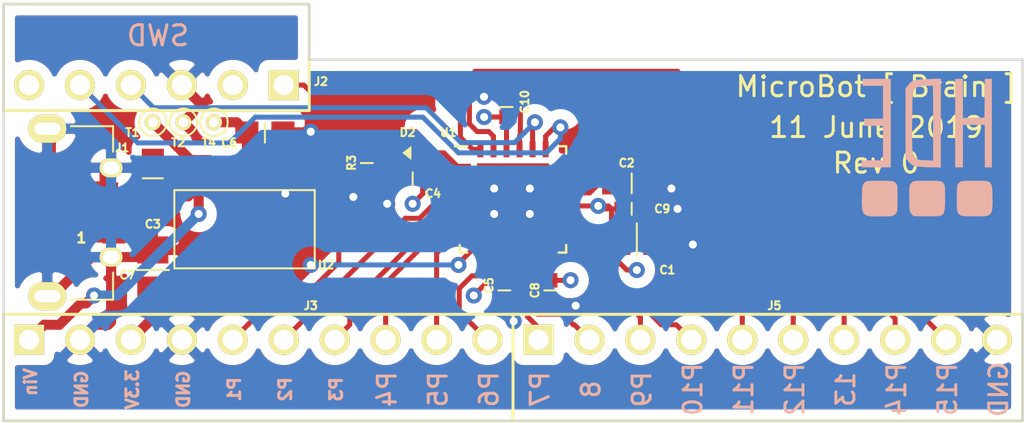
<source format=kicad_pcb>
(kicad_pcb (version 20171130) (host pcbnew "(5.1.0)-1")
  (layers (0 F.Cu signal hide) (1 Power power hide) (2 Ground power hide) (31 B.Cu signal) (34 B.Paste user hide) (35 F.Paste user hide) (36 B.SilkS user) (37 F.SilkS user hide) (38 B.Mask user hide) (39 F.Mask user hide) (44 Edge.Cuts user hide))
  (net 0 "")
  (net 1 GND)
  (net 2 "Net-(C2-Pad1)")
  (net 3 +3V3)
  (net 4 +5V)
  (net 5 "Net-(D2-Pad2)")
  (net 6 /Micro_~RESET~)
  (net 7 /Micro_SWCLK)
  (net 8 /Micro_SWDIO)
  (net 9 /Micro_P1_LED1)
  (net 10 /Micro_P15)
  (net 11 /Micro_P14)
  (net 12 /Micro_P13)
  (net 13 /Micro_P12)
  (net 14 /Micro_P11)
  (net 15 /Micro_P10)
  (net 16 /Micro_P9)
  (net 17 /Micro_P8)
  (net 18 /Micro_P7)
  (net 19 /Micro_P6)
  (net 20 /Micro_P5)
  (net 21 /Micro_P4)
  (net 22 /Micro_P3)
  (net 23 /Micro_P2)
  (module HDE_Logo:HDE_Logo_Compact_PCB (layer B.Cu) (at 146.05 90.424 180)
    (fp_text reference G*** hide)
    (fp_text value LOGO hide)
    (fp_poly (pts (xy 3.217334 3.090334) (xy 2.201334 3.090334) (xy 2.201334 1.439334) (xy 3.132667 1.439334) (xy 3.132667 1.100667) (xy 2.201334 1.100667) (xy 2.201334 -0.635) (xy 3.259667 -0.635) (xy 3.259667 -0.973666) (xy 1.820334 -0.973666) (xy 1.820334 3.429) (xy 3.217334 3.429) (xy 3.217334 3.090334)) (layer B.SilkS) (width 0.01))
    (fp_poly (pts (xy -0.052916 3.421609) (xy 0.231993 3.411731) (xy 0.447396 3.394704) (xy 0.608417 3.365792) (xy 0.730183 3.320262) (xy 0.827818 3.253378) (xy 0.916449 3.160407) (xy 0.960895 3.104257) (xy 1.0795 2.948758) (xy 1.0795 -0.493423) (xy 0.960895 -0.648923) (xy 0.871785 -0.755316) (xy 0.78047 -0.833703) (xy 0.67189 -0.888795) (xy 0.530984 -0.925298) (xy 0.342694 -0.947923) (xy 0.091959 -0.961377) (xy -0.052916 -0.965904) (xy -0.677333 -0.982894) (xy -0.677333 3.090334) (xy -0.296333 3.090334) (xy -0.296333 -0.643424) (xy 0.088169 -0.628628) (xy 0.271888 -0.620073) (xy 0.392604 -0.60725) (xy 0.47195 -0.583746) (xy 0.531563 -0.543148) (xy 0.593077 -0.479042) (xy 0.593172 -0.478935) (xy 0.700165 -0.304963) (xy 0.740803 -0.161435) (xy 0.747025 -0.074899) (xy 0.751903 0.084518) (xy 0.755335 0.305039) (xy 0.757217 0.574889) (xy 0.757447 0.882291) (xy 0.755923 1.215468) (xy 0.754383 1.397) (xy 0.75029 1.790615) (xy 0.745645 2.108586) (xy 0.739064 2.359934) (xy 0.729161 2.553677) (xy 0.714553 2.698835) (xy 0.693855 2.804427) (xy 0.665682 2.879473) (xy 0.62865 2.932992) (xy 0.581374 2.974004) (xy 0.52247 3.011528) (xy 0.504948 3.021903) (xy 0.389838 3.064053) (xy 0.214777 3.085963) (xy 0.046385 3.090334) (xy -0.296333 3.090334) (xy -0.677333 3.090334) (xy -0.677333 3.436765) (xy -0.052916 3.421609)) (layer B.SilkS) (width 0.01))
    (fp_poly (pts (xy -2.8575 1.502834) (xy -1.778 1.479138) (xy -1.778 3.429) (xy -1.397 3.429) (xy -1.397 -0.973666) (xy -1.778 -0.973666) (xy -1.778 1.143) (xy -2.878666 1.143) (xy -2.878666 -0.973666) (xy -3.217333 -0.973666) (xy -3.217333 3.429) (xy -2.880256 3.429) (xy -2.8575 1.502834)) (layer B.SilkS) (width 0.01))
    (fp_poly (pts (xy 2.613663 -1.65138) (xy 2.795462 -1.653851) (xy 2.920925 -1.660409) (xy 3.00422 -1.673049) (xy 3.059511 -1.693768) (xy 3.100964 -1.72456) (xy 3.135871 -1.760113) (xy 3.176782 -1.808377) (xy 3.205608 -1.861912) (xy 3.224938 -1.936345) (xy 3.237362 -2.047307) (xy 3.245469 -2.210425) (xy 3.25185 -2.441331) (xy 3.252361 -2.463099) (xy 3.256295 -2.773052) (xy 3.245504 -3.008613) (xy 3.210644 -3.179887) (xy 3.142372 -3.296976) (xy 3.031343 -3.369986) (xy 2.868212 -3.409019) (xy 2.643637 -3.42418) (xy 2.362186 -3.425657) (xy 2.147892 -3.422733) (xy 1.961067 -3.417105) (xy 1.819676 -3.409533) (xy 1.741683 -3.40078) (xy 1.735667 -3.399103) (xy 1.658999 -3.354577) (xy 1.576917 -3.289232) (xy 1.541083 -3.25256) (xy 1.515576 -3.208915) (xy 1.498645 -3.144362) (xy 1.488542 -3.044966) (xy 1.483516 -2.896792) (xy 1.481817 -2.685908) (xy 1.481667 -2.530696) (xy 1.482138 -2.277943) (xy 1.484822 -2.095623) (xy 1.491625 -1.969503) (xy 1.504453 -1.88535) (xy 1.525214 -1.82893) (xy 1.555813 -1.786011) (xy 1.585576 -1.754909) (xy 1.627638 -1.715892) (xy 1.672773 -1.68811) (xy 1.735215 -1.669658) (xy 1.829196 -1.658627) (xy 1.96895 -1.653112) (xy 2.16871 -1.651207) (xy 2.361363 -1.651) (xy 2.613663 -1.65138)) (layer B.SilkS) (width 0.01))
    (fp_poly (pts (xy 0.254708 -1.651454) (xy 0.438856 -1.654061) (xy 0.566549 -1.660688) (xy 0.651893 -1.673201) (xy 0.708995 -1.693469) (xy 0.751959 -1.723357) (xy 0.785091 -1.754909) (xy 0.824521 -1.797508) (xy 0.852459 -1.843274) (xy 0.870882 -1.90667) (xy 0.881769 -2.002157) (xy 0.887097 -2.144198) (xy 0.888846 -2.347255) (xy 0.889 -2.514548) (xy 0.888415 -2.764491) (xy 0.885362 -2.944563) (xy 0.877889 -3.069558) (xy 0.864049 -3.154269) (xy 0.84189 -3.21349) (xy 0.809465 -3.262015) (xy 0.786934 -3.289056) (xy 0.684867 -3.407833) (xy 0.056684 -3.417268) (xy -0.172307 -3.41812) (xy -0.376824 -3.414076) (xy -0.539197 -3.405842) (xy -0.641755 -3.394124) (xy -0.66222 -3.388558) (xy -0.743147 -3.346009) (xy -0.802452 -3.287992) (xy -0.843387 -3.201863) (xy -0.869209 -3.074978) (xy -0.883171 -2.894693) (xy -0.888529 -2.648363) (xy -0.889 -2.507489) (xy -0.888483 -2.259663) (xy -0.885593 -2.081938) (xy -0.878317 -1.959746) (xy -0.864646 -1.878523) (xy -0.842567 -1.823703) (xy -0.81007 -1.78072) (xy -0.785091 -1.754909) (xy -0.743329 -1.716124) (xy -0.698546 -1.688431) (xy -0.636635 -1.669964) (xy -0.543491 -1.658854) (xy -0.405008 -1.653235) (xy -0.20708 -1.651241) (xy 0 -1.651) (xy 0.254708 -1.651454)) (layer B.SilkS) (width 0.01))
    (fp_poly (pts (xy -2.10861 -1.65147) (xy -1.92629 -1.654154) (xy -1.80017 -1.660957) (xy -1.716017 -1.673786) (xy -1.659597 -1.694547) (xy -1.616678 -1.725146) (xy -1.585576 -1.754909) (xy -1.546559 -1.79697) (xy -1.518777 -1.842106) (xy -1.500325 -1.904547) (xy -1.489294 -1.998529) (xy -1.483779 -2.138283) (xy -1.481874 -2.338042) (xy -1.481666 -2.530696) (xy -1.482047 -2.782995) (xy -1.484518 -2.964794) (xy -1.491076 -3.090257) (xy -1.503716 -3.173552) (xy -1.524435 -3.228842) (xy -1.555227 -3.270295) (xy -1.590783 -3.305204) (xy -1.637638 -3.345248) (xy -1.689056 -3.373598) (xy -1.760186 -3.392599) (xy -1.866178 -3.4046) (xy -2.022184 -3.411946) (xy -2.243352 -3.416987) (xy -2.321033 -3.418338) (xy -2.585817 -3.420696) (xy -2.779433 -3.416837) (xy -2.915216 -3.405827) (xy -3.006498 -3.386734) (xy -3.052739 -3.367132) (xy -3.131824 -3.310303) (xy -3.188829 -3.232964) (xy -3.22657 -3.122361) (xy -3.247863 -2.965741) (xy -3.255524 -2.750352) (xy -3.252369 -2.463441) (xy -3.252361 -2.463099) (xy -3.246006 -2.226123) (xy -3.238131 -2.058179) (xy -3.226146 -1.943637) (xy -3.207461 -1.866867) (xy -3.179486 -1.812241) (xy -3.139632 -1.76413) (xy -3.135871 -1.760113) (xy -3.095045 -1.719198) (xy -3.052413 -1.690051) (xy -2.993809 -1.670677) (xy -2.905067 -1.659081) (xy -2.772022 -1.653266) (xy -2.580508 -1.651238) (xy -2.361363 -1.651) (xy -2.10861 -1.65147)) (layer B.SilkS) (width 0.01))
  )
  (module HDE_Capacitors:CAP_0402 (layer F.Cu) (at 125.075 88.392 90)
    (fp_text reference C10 (at 0.254 0.909 90) (layer F.SilkS) (effects (font (size 0.4 0.4) (thickness 0.1))))
    (fp_text value C0402C104K4RACAUTO)
    (fp_line (start 0 -0.3) (end 0 0.3) (layer F.SilkS) (width 0.1))
    (pad 2 smd rect (at 0.5 0 90) (size 0.72 0.72) (layers F.Cu F.Paste F.Mask) (net 1 GND))
    (pad 1 smd rect (at -0.5 0 90) (size 0.72 0.72) (layers F.Cu F.Paste F.Mask) (net 3 +3V3))
  )
  (module HDE_Connectors:6pin_1row_2.54mm_right_angle (layer F.Cu) (at 107.62 87.3 180)
    (fp_text reference J2 (at -8.204 0.178 180) (layer F.SilkS) (effects (font (size 0.4 0.4) (thickness 0.1))))
    (fp_text value 61300611021)
    (fp_line (start -7.62 -1.27) (end 7.62 -1.27) (layer F.SilkS) (width 0.15))
    (fp_line (start 7.62 4.04) (end 7.62 -1.27) (layer F.SilkS) (width 0.15))
    (fp_line (start -7.62 4.04) (end 7.62 4.04) (layer F.SilkS) (width 0.15))
    (fp_line (start -7.62 4.04) (end -7.62 -1.27) (layer F.SilkS) (width 0.15))
    (pad 6 thru_hole circle (at 6.35 0 180) (size 1.5 1.5) (drill 1) (layers *.Cu *.Mask F.SilkS))
    (pad 5 thru_hole circle (at 3.81 0 180) (size 1.5 1.5) (drill 1) (layers *.Cu *.Mask F.SilkS) (net 7 /Micro_SWCLK))
    (pad 4 thru_hole circle (at 1.27 0 180) (size 1.5 1.5) (drill 1) (layers *.Cu *.Mask F.SilkS) (net 8 /Micro_SWDIO))
    (pad 3 thru_hole circle (at -1.27 0 180) (size 1.5 1.5) (drill 1) (layers *.Cu *.Mask F.SilkS) (net 1 GND))
    (pad 2 thru_hole circle (at -3.81 0 180) (size 1.5 1.5) (drill 1) (layers *.Cu *.Mask F.SilkS) (net 3 +3V3))
    (pad 1 thru_hole rect (at -6.35 0 180) (size 1.5 1.5) (drill 1) (layers *.Cu *.Mask F.SilkS) (net 6 /Micro_~RESET~))
  )
  (module HDE_Capacitors:CAP_0805 (layer F.Cu) (at 107.442 96.52 90)
    (fp_text reference C7 (at -0.254 -1.27 180) (layer F.SilkS) (effects (font (size 0.4 0.4) (thickness 0.1))))
    (fp_text value C0805C106K8PACTU)
    (fp_line (start 0 -0.8) (end 0 0.8) (layer F.SilkS) (width 0.1))
    (pad 2 smd rect (at 1 0 90) (size 1.35 1.55) (layers F.Cu F.Paste F.Mask) (net 1 GND))
    (pad 1 smd rect (at -1 0 90) (size 1.35 1.55) (layers F.Cu F.Paste F.Mask) (net 3 +3V3))
  )
  (module HDE_Capacitors:CAP_0805 (layer F.Cu) (at 131.572 94.996)
    (fp_text reference C1 (at 1.524 1.524) (layer F.SilkS) (effects (font (size 0.4 0.4) (thickness 0.1))))
    (fp_text value C0805C106K8PACTU)
    (fp_line (start 0 -0.8) (end 0 0.8) (layer F.SilkS) (width 0.1))
    (pad 2 smd rect (at 1 0) (size 1.35 1.55) (layers F.Cu F.Paste F.Mask) (net 1 GND))
    (pad 1 smd rect (at -1 0) (size 1.35 1.55) (layers F.Cu F.Paste F.Mask) (net 3 +3V3))
  )
  (module HDE_Connectors:10pin_1row_2.54mm_right_angle (layer F.Cu) (at 138.1 100)
    (fp_text reference J5 (at 0.33 -1.702) (layer F.SilkS) (effects (font (size 0.4 0.4) (thickness 0.1))))
    (fp_text value 61301011021)
    (fp_line (start -12.7 -1.27) (end 12.7 -1.27) (layer F.SilkS) (width 0.15))
    (fp_line (start 12.7 4.04) (end 12.7 -1.27) (layer F.SilkS) (width 0.15))
    (fp_line (start -12.7 4.04) (end 12.7 4.04) (layer F.SilkS) (width 0.15))
    (fp_line (start -12.7 4.04) (end -12.7 -1.27) (layer F.SilkS) (width 0.15))
    (pad 10 thru_hole circle (at 11.43 0) (size 1.5 1.5) (drill 1) (layers *.Cu *.Mask F.SilkS) (net 1 GND))
    (pad 9 thru_hole circle (at 8.89 0) (size 1.5 1.5) (drill 1) (layers *.Cu *.Mask F.SilkS) (net 10 /Micro_P15))
    (pad 8 thru_hole circle (at 6.35 0) (size 1.5 1.5) (drill 1) (layers *.Cu *.Mask F.SilkS) (net 11 /Micro_P14))
    (pad 7 thru_hole circle (at 3.81 0) (size 1.5 1.5) (drill 1) (layers *.Cu *.Mask F.SilkS) (net 12 /Micro_P13))
    (pad 6 thru_hole circle (at 1.27 0) (size 1.5 1.5) (drill 1) (layers *.Cu *.Mask F.SilkS) (net 13 /Micro_P12))
    (pad 5 thru_hole circle (at -1.27 0) (size 1.5 1.5) (drill 1) (layers *.Cu *.Mask F.SilkS) (net 14 /Micro_P11))
    (pad 4 thru_hole circle (at -3.81 0) (size 1.5 1.5) (drill 1) (layers *.Cu *.Mask F.SilkS) (net 15 /Micro_P10))
    (pad 3 thru_hole circle (at -6.35 0) (size 1.5 1.5) (drill 1) (layers *.Cu *.Mask F.SilkS) (net 16 /Micro_P9))
    (pad 2 thru_hole circle (at -8.89 0) (size 1.5 1.5) (drill 1) (layers *.Cu *.Mask F.SilkS) (net 17 /Micro_P8))
    (pad 1 thru_hole rect (at -11.43 0) (size 1.5 1.5) (drill 1) (layers *.Cu *.Mask F.SilkS) (net 18 /Micro_P7))
  )
  (module HDE_Connectors:10pin_1row_2.54mm_right_angle (layer F.Cu) (at 112.7 100)
    (fp_text reference J3 (at 2.616 -1.702) (layer F.SilkS) (effects (font (size 0.4 0.4) (thickness 0.1))))
    (fp_text value 61301011021)
    (fp_line (start -12.7 -1.27) (end 12.7 -1.27) (layer F.SilkS) (width 0.15))
    (fp_line (start 12.7 4.04) (end 12.7 -1.27) (layer F.SilkS) (width 0.15))
    (fp_line (start -12.7 4.04) (end 12.7 4.04) (layer F.SilkS) (width 0.15))
    (fp_line (start -12.7 4.04) (end -12.7 -1.27) (layer F.SilkS) (width 0.15))
    (pad 10 thru_hole circle (at 11.43 0) (size 1.5 1.5) (drill 1) (layers *.Cu *.Mask F.SilkS) (net 19 /Micro_P6))
    (pad 9 thru_hole circle (at 8.89 0) (size 1.5 1.5) (drill 1) (layers *.Cu *.Mask F.SilkS) (net 20 /Micro_P5))
    (pad 8 thru_hole circle (at 6.35 0) (size 1.5 1.5) (drill 1) (layers *.Cu *.Mask F.SilkS) (net 21 /Micro_P4))
    (pad 7 thru_hole circle (at 3.81 0) (size 1.5 1.5) (drill 1) (layers *.Cu *.Mask F.SilkS) (net 22 /Micro_P3))
    (pad 6 thru_hole circle (at 1.27 0) (size 1.5 1.5) (drill 1) (layers *.Cu *.Mask F.SilkS) (net 23 /Micro_P2))
    (pad 5 thru_hole circle (at -1.27 0) (size 1.5 1.5) (drill 1) (layers *.Cu *.Mask F.SilkS) (net 9 /Micro_P1_LED1))
    (pad 4 thru_hole circle (at -3.81 0) (size 1.5 1.5) (drill 1) (layers *.Cu *.Mask F.SilkS) (net 1 GND))
    (pad 3 thru_hole circle (at -6.35 0) (size 1.5 1.5) (drill 1) (layers *.Cu *.Mask F.SilkS) (net 3 +3V3))
    (pad 2 thru_hole circle (at -8.89 0) (size 1.5 1.5) (drill 1) (layers *.Cu *.Mask F.SilkS) (net 1 GND))
    (pad 1 thru_hole rect (at -11.43 0) (size 1.5 1.5) (drill 1) (layers *.Cu *.Mask F.SilkS) (net 4 +5V))
  )
  (module HDE_Capacitors:CAP_0402 (layer F.Cu) (at 131.318 93.472)
    (fp_text reference C9 (at 1.524 0) (layer F.SilkS) (effects (font (size 0.4 0.4) (thickness 0.1))))
    (fp_text value C0402C104K4RACAUTO)
    (fp_line (start 0 -0.3) (end 0 0.3) (layer F.SilkS) (width 0.1))
    (pad 2 smd rect (at 0.5 0) (size 0.72 0.72) (layers F.Cu F.Paste F.Mask) (net 1 GND))
    (pad 1 smd rect (at -0.5 0) (size 0.72 0.72) (layers F.Cu F.Paste F.Mask) (net 3 +3V3))
  )
  (module HDE_IC:QFN-24_EP_5x5_Pitch0.65mm (layer F.Cu) (at 125.4 93)
    (fp_text reference U1 (at -3.226 -3.338) (layer F.SilkS) (effects (font (size 0.4 0.4) (thickness 0.1))))
    (fp_text value EFM32ZG108F32-QFN24)
    (fp_line (start -2.275 -2.65) (end -2.9 -2.65) (layer F.SilkS) (width 0.12))
    (fp_line (start -2.65 2.65) (end -2.65 2.275) (layer F.SilkS) (width 0.12))
    (fp_line (start -2.275 2.65) (end -2.65 2.65) (layer F.SilkS) (width 0.12))
    (fp_line (start 2.65 2.65) (end 2.65 2.275) (layer F.SilkS) (width 0.12))
    (fp_line (start 2.275 2.65) (end 2.65 2.65) (layer F.SilkS) (width 0.12))
    (fp_line (start 2.65 -2.65) (end 2.65 -2.275) (layer F.SilkS) (width 0.12))
    (fp_line (start 2.275 -2.65) (end 2.65 -2.65) (layer F.SilkS) (width 0.12))
    (pad 25 smd rect (at 0.75 -0.75 90) (size 1 1) (layers F.Cu F.Paste F.Mask) (net 1 GND))
    (pad 25 smd rect (at -0.75 0.75 90) (size 1 1) (layers F.Cu F.Paste F.Mask) (net 1 GND))
    (pad 25 smd rect (at -0.75 -0.75 90) (size 1 1) (layers F.Cu F.Paste F.Mask) (net 1 GND))
    (pad 25 smd rect (at 0.75 0.75 90) (size 1 1) (layers F.Cu F.Paste F.Mask) (net 1 GND))
    (pad 25 smd rect (at 0 0) (size 3.6 3.6) (layers F.Cu F.Mask) (net 1 GND))
    (pad 24 smd rect (at -1.625 -2.5) (size 0.3 0.8) (layers F.Cu F.Paste F.Mask) (net 10 /Micro_P15))
    (pad 23 smd rect (at -0.975 -2.5) (size 0.3 0.8) (layers F.Cu F.Paste F.Mask) (net 11 /Micro_P14))
    (pad 22 smd rect (at -0.325 -2.5) (size 0.3 0.8) (layers F.Cu F.Paste F.Mask) (net 3 +3V3))
    (pad 21 smd rect (at 0.325 -2.5) (size 0.3 0.8) (layers F.Cu F.Paste F.Mask) (net 12 /Micro_P13))
    (pad 20 smd rect (at 0.975 -2.5) (size 0.3 0.8) (layers F.Cu F.Paste F.Mask) (net 8 /Micro_SWDIO))
    (pad 19 smd rect (at 1.625 -2.5) (size 0.3 0.8) (layers F.Cu F.Paste F.Mask) (net 7 /Micro_SWCLK))
    (pad 18 smd rect (at 2.5 -1.625 90) (size 0.3 0.8) (layers F.Cu F.Paste F.Mask) (net 13 /Micro_P12))
    (pad 17 smd rect (at 2.5 -0.975 90) (size 0.3 0.8) (layers F.Cu F.Paste F.Mask) (net 14 /Micro_P11))
    (pad 16 smd rect (at 2.5 -0.325 90) (size 0.3 0.8) (layers F.Cu F.Paste F.Mask) (net 2 "Net-(C2-Pad1)"))
    (pad 15 smd rect (at 2.5 0.325 90) (size 0.3 0.8) (layers F.Cu F.Paste F.Mask) (net 3 +3V3))
    (pad 14 smd rect (at 2.5 0.975 90) (size 0.3 0.8) (layers F.Cu F.Paste F.Mask) (net 15 /Micro_P10))
    (pad 13 smd rect (at 2.5 1.625 90) (size 0.3 0.8) (layers F.Cu F.Paste F.Mask) (net 16 /Micro_P9))
    (pad 12 smd rect (at 1.625 2.5) (size 0.3 0.8) (layers F.Cu F.Paste F.Mask) (net 3 +3V3))
    (pad 11 smd rect (at 0.975 2.5) (size 0.3 0.8) (layers F.Cu F.Paste F.Mask) (net 17 /Micro_P8))
    (pad 10 smd rect (at 0.325 2.5) (size 0.3 0.8) (layers F.Cu F.Paste F.Mask) (net 18 /Micro_P7))
    (pad 9 smd rect (at -0.325 2.5) (size 0.3 0.8) (layers F.Cu F.Paste F.Mask) (net 3 +3V3))
    (pad 8 smd rect (at -0.975 2.5) (size 0.3 0.8) (layers F.Cu F.Paste F.Mask) (net 19 /Micro_P6))
    (pad 7 smd rect (at -1.625 2.5) (size 0.3 0.8) (layers F.Cu F.Paste F.Mask) (net 6 /Micro_~RESET~))
    (pad 6 smd rect (at -2.5 1.625 90) (size 0.3 0.8) (layers F.Cu F.Paste F.Mask) (net 20 /Micro_P5))
    (pad 5 smd rect (at -2.5 0.975 90) (size 0.3 0.8) (layers F.Cu F.Paste F.Mask) (net 21 /Micro_P4))
    (pad 4 smd rect (at -2.5 0.325 90) (size 0.3 0.8) (layers F.Cu F.Paste F.Mask) (net 22 /Micro_P3))
    (pad 3 smd rect (at -2.5 -0.325 90) (size 0.3 0.8) (layers F.Cu F.Paste F.Mask) (net 23 /Micro_P2))
    (pad 2 smd rect (at -2.5 -0.975 90) (size 0.3 0.8) (layers F.Cu F.Paste F.Mask) (net 3 +3V3))
    (pad 1 smd rect (at -2.5 -1.625 90) (size 0.3 0.8) (layers F.Cu F.Paste F.Mask) (net 9 /Micro_P1_LED1))
  )
  (module HDE_Miscellaneous:TEST_PAD_0.5mm_Hole (layer F.Cu) (at 110.49 89.154)
    (fp_text reference T4 (at -0.254 1.016) (layer F.SilkS) (effects (font (size 0.4 0.4) (thickness 0.1))))
    (fp_text value TEST_PAD)
    (fp_circle (center 0 0) (end -0.254 -0.635) (layer F.SilkS) (width 0.1))
    (pad 1 thru_hole circle (at 0 0) (size 0.8 0.8) (drill 0.5) (layers *.Cu *.Mask F.SilkS) (net 3 +3V3))
  )
  (module HDE_Miscellaneous:TEST_PAD_0.5mm_Hole (layer F.Cu) (at 108.966 89.154)
    (fp_text reference T2 (at -0.254 1.016) (layer F.SilkS) (effects (font (size 0.4 0.4) (thickness 0.1))))
    (fp_text value TEST_PAD)
    (fp_circle (center 0 0) (end -0.254 -0.635) (layer F.SilkS) (width 0.1))
    (pad 1 thru_hole circle (at 0 0) (size 0.8 0.8) (drill 0.5) (layers *.Cu *.Mask F.SilkS) (net 1 GND))
  )
  (module HDE_Miscellaneous:TEST_PAD_0.5mm_Hole (layer F.Cu) (at 107.442 89.154)
    (fp_text reference T1 (at -1.016 0.508) (layer F.SilkS) (effects (font (size 0.4 0.4) (thickness 0.1))))
    (fp_text value TEST_PAD)
    (fp_circle (center 0 0) (end -0.254 -0.635) (layer F.SilkS) (width 0.1))
    (pad 1 thru_hole circle (at 0 0) (size 0.8 0.8) (drill 0.5) (layers *.Cu *.Mask F.SilkS) (net 4 +5V))
  )
  (module HDE_Connectors:47590-0001 (layer F.Cu) (at 102.36 93.65)
    (fp_text reference J1 (at 3.558 -3.226 180) (layer F.SilkS) (effects (font (size 0.4 0.4) (thickness 0.1))))
    (fp_text value 47590-0001)
    (fp_line (start 1 -4.3) (end 3.1 -4.3) (layer F.SilkS) (width 0.1))
    (fp_line (start 3.1 -3.025) (end 3.1 -4.3) (layer F.SilkS) (width 0.1))
    (fp_line (start 1 4.35) (end 3.1 4.35) (layer F.SilkS) (width 0.1))
    (fp_line (start 3.1 4.35) (end 3.1 3) (layer F.SilkS) (width 0.1))
    (fp_text user 1 (at 1.524 1.27) (layer F.SilkS) (effects (font (size 0.5 0.5) (thickness 0.125))))
    (pad 6 thru_hole oval (at -0.18 4.175) (size 1.9 1.4) (drill oval 1.3 0.6) (layers *.Cu *.Mask F.SilkS) (net 1 GND))
    (pad 6 thru_hole oval (at -0.18 -4.175) (size 1.9 1.4) (drill oval 1.3 0.6) (layers *.Cu *.Mask F.SilkS) (net 1 GND))
    (pad 6 thru_hole oval (at 3 -2.225) (size 1.15 0.95) (drill oval 0.85 0.65) (layers *.Cu *.Mask F.SilkS) (net 1 GND))
    (pad 6 thru_hole oval (at 3 2.225) (size 1.15 0.95) (drill oval 0.85 0.65) (layers *.Cu *.Mask F.SilkS) (net 1 GND))
    (pad 5 smd rect (at 2.675 -1.3) (size 1.35 0.4) (layers F.Cu F.Paste F.Mask) (net 1 GND))
    (pad 4 smd rect (at 2.675 -0.65) (size 1.35 0.4) (layers F.Cu F.Paste F.Mask))
    (pad 3 smd rect (at 2.675 0) (size 1.35 0.4) (layers F.Cu F.Paste F.Mask))
    (pad 2 smd rect (at 2.675 0.65) (size 1.35 0.4) (layers F.Cu F.Paste F.Mask))
    (pad 1 smd rect (at 2.675 1.3) (size 1.35 0.4) (layers F.Cu F.Paste F.Mask) (net 4 +5V))
    (pad 6 smd rect (at 0 0) (size 1.9 2.9) (layers F.Cu F.Paste F.Mask) (net 1 GND))
  )
  (module HDE_Capacitors:CAP_0603 (layer F.Cu) (at 131.318 92.202)
    (fp_text reference C2 (at -0.254 -1.016) (layer F.SilkS) (effects (font (size 0.4 0.4) (thickness 0.1))))
    (fp_text value GRM188R71E105KA12D)
    (fp_line (start 0 -0.5) (end 0 0.5) (layer F.SilkS) (width 0.1))
    (pad 2 smd rect (at 0.9 0) (size 1.15 1.1) (layers F.Cu F.Paste F.Mask) (net 1 GND))
    (pad 1 smd rect (at -0.9 0) (size 1.15 1.1) (layers F.Cu F.Paste F.Mask) (net 2 "Net-(C2-Pad1)"))
  )
  (module HDE_IC:SOT223 (layer F.Cu) (at 112.014 94.488 180)
    (fp_text reference U2 (at -4.064 -1.778 180) (layer F.SilkS) (effects (font (size 0.4 0.4) (thickness 0.1))))
    (fp_text value LD1117S33CTR)
    (fp_line (start -3.5 -1.95) (end 3.5 -1.95) (layer F.SilkS) (width 0.1))
    (fp_line (start 3.5 1.95) (end 3.5 -1.95) (layer F.SilkS) (width 0.1))
    (fp_line (start -3.5 1.95) (end 3.5 1.95) (layer F.SilkS) (width 0.1))
    (fp_line (start -3.5 1.95) (end -3.5 -1.95) (layer F.SilkS) (width 0.1))
    (pad 4 smd rect (at 0 -3.05 180) (size 3.6 1.3) (layers F.Cu F.Paste F.Mask) (net 3 +3V3))
    (pad 2 smd rect (at 0 3.05 180) (size 1.3 1.3) (layers F.Cu F.Paste F.Mask) (net 3 +3V3))
    (pad 3 smd rect (at 2.3 3.05 180) (size 1.3 1.3) (layers F.Cu F.Paste F.Mask) (net 4 +5V))
    (pad 1 smd rect (at -2.3 3.05 180) (size 1.3 1.3) (layers F.Cu F.Paste F.Mask) (net 1 GND))
  )
  (module HDE_Resistors:RES_0402 (layer F.Cu) (at 118.11 91.186 270)
    (fp_text reference R3 (at -0.01016 0.762 90) (layer F.SilkS) (effects (font (size 0.4 0.4) (thickness 0.1))))
    (fp_text value ERJ2RKF1001X)
    (fp_line (start 0 -0.3) (end 0 0.3) (layer F.SilkS) (width 0.1))
    (pad 2 smd rect (at 0.5 0 270) (size 0.72 0.72) (layers F.Cu F.Paste F.Mask) (net 1 GND))
    (pad 1 smd rect (at -0.5 0 270) (size 0.72 0.72) (layers F.Cu F.Paste F.Mask) (net 5 "Net-(D2-Pad2)"))
  )
  (module HDE_Diodes:LED_1.6mmx0.8mm (layer F.Cu) (at 120.142 90.678 180)
    (fp_text reference D2 (at 0 1.016 180) (layer F.SilkS) (effects (font (size 0.4 0.4) (thickness 0.1))))
    (fp_text value KP-1608SURCK)
    (fp_line (start -0.17 -0.31) (end -0.17 0.3) (layer F.SilkS) (width 0.05))
    (fp_line (start -0.17 0.3) (end 0.22 0) (layer F.SilkS) (width 0.05))
    (fp_line (start 0.22 0) (end -0.16 -0.31) (layer F.SilkS) (width 0.05))
    (fp_line (start -0.15 -0.25) (end 0.16 0.01) (layer F.SilkS) (width 0.05))
    (fp_line (start 0.16 0.01) (end -0.14 0.24) (layer F.SilkS) (width 0.05))
    (fp_line (start -0.14 0.24) (end -0.13 -0.2) (layer F.SilkS) (width 0.05))
    (fp_line (start -0.13 -0.2) (end 0.1 0.02) (layer F.SilkS) (width 0.05))
    (fp_line (start 0.1 0.02) (end -0.11 0.18) (layer F.SilkS) (width 0.05))
    (fp_line (start -0.11 0.18) (end -0.1 -0.13) (layer F.SilkS) (width 0.05))
    (fp_line (start -0.1 -0.13) (end 0.05 0.03) (layer F.SilkS) (width 0.05))
    (fp_line (start 0.05 0.03) (end -0.08 0.11) (layer F.SilkS) (width 0.05))
    (fp_line (start -0.08 0.11) (end -0.07 -0.07) (layer F.SilkS) (width 0.05))
    (fp_line (start -0.07 -0.07) (end 0.01 0.04) (layer F.SilkS) (width 0.05))
    (fp_line (start 0.01 0.04) (end -0.05 0.06) (layer F.SilkS) (width 0.05))
    (fp_line (start -0.05 0.06) (end -0.05 0) (layer F.SilkS) (width 0.05))
    (pad 2 smd rect (at 0.825 0 180) (size 0.8 0.8) (layers F.Cu F.Paste F.Mask) (net 5 "Net-(D2-Pad2)"))
    (pad 1 smd rect (at -0.825 0 180) (size 0.8 0.8) (layers F.Cu F.Paste F.Mask) (net 9 /Micro_P1_LED1))
  )
  (module HDE_Capacitors:CAP_0402 (layer F.Cu) (at 127.254 97.536 270)
    (fp_text reference C8 (at 0 0.762 270) (layer F.SilkS) (effects (font (size 0.4 0.4) (thickness 0.1))))
    (fp_text value C0402C104K4RACAUTO)
    (fp_line (start 0 -0.3) (end 0 0.3) (layer F.SilkS) (width 0.1))
    (pad 2 smd rect (at 0.5 0 270) (size 0.72 0.72) (layers F.Cu F.Paste F.Mask) (net 1 GND))
    (pad 1 smd rect (at -0.5 0 270) (size 0.72 0.72) (layers F.Cu F.Paste F.Mask) (net 3 +3V3))
  )
  (module HDE_Capacitors:CAP_0603 (layer F.Cu) (at 113.03 89.662)
    (fp_text reference C6 (at -1.778 0.508) (layer F.SilkS) (effects (font (size 0.4 0.4) (thickness 0.1))))
    (fp_text value C0603C104K4RACTU)
    (fp_line (start 0 -0.5) (end 0 0.5) (layer F.SilkS) (width 0.1))
    (pad 2 smd rect (at 0.9 0) (size 1.15 1.1) (layers F.Cu F.Paste F.Mask) (net 1 GND))
    (pad 1 smd rect (at -0.9 0) (size 1.15 1.1) (layers F.Cu F.Paste F.Mask) (net 3 +3V3))
  )
  (module HDE_Capacitors:CAP_0402 (layer F.Cu) (at 124.968 97.536 270)
    (fp_text reference C5 (at -0.254 0.762 270) (layer F.SilkS) (effects (font (size 0.4 0.4) (thickness 0.1))))
    (fp_text value C0402C104K4RACAUTO)
    (fp_line (start 0 -0.3) (end 0 0.3) (layer F.SilkS) (width 0.1))
    (pad 2 smd rect (at 0.5 0 270) (size 0.72 0.72) (layers F.Cu F.Paste F.Mask) (net 1 GND))
    (pad 1 smd rect (at -0.5 0 270) (size 0.72 0.72) (layers F.Cu F.Paste F.Mask) (net 3 +3V3))
  )
  (module HDE_Capacitors:CAP_0402 (layer F.Cu) (at 120.396 91.948 180)
    (fp_text reference C4 (at -1.016 -0.762 180) (layer F.SilkS) (effects (font (size 0.4 0.4) (thickness 0.1))))
    (fp_text value C0402C104K4RACAUTO)
    (fp_line (start 0 -0.3) (end 0 0.3) (layer F.SilkS) (width 0.1))
    (pad 2 smd rect (at 0.5 0 180) (size 0.72 0.72) (layers F.Cu F.Paste F.Mask) (net 1 GND))
    (pad 1 smd rect (at -0.5 0 180) (size 0.72 0.72) (layers F.Cu F.Paste F.Mask) (net 3 +3V3))
  )
  (module HDE_Capacitors:CAP_0603 (layer F.Cu) (at 107.442 91.948 90)
    (fp_text reference C3 (at -2.286 0 180) (layer F.SilkS) (effects (font (size 0.4 0.4) (thickness 0.1))))
    (fp_text value C0603C104K4RACTU)
    (fp_line (start 0 -0.5) (end 0 0.5) (layer F.SilkS) (width 0.1))
    (pad 2 smd rect (at 0.9 0 90) (size 1.15 1.1) (layers F.Cu F.Paste F.Mask) (net 1 GND))
    (pad 1 smd rect (at -0.9 0 90) (size 1.15 1.1) (layers F.Cu F.Paste F.Mask) (net 4 +5V))
  )
  (gr_text GND (at 149.606 102.472286 90) (layer B.SilkS) (effects (font (size 0.9 0.9)) (justify mirror)))
  (gr_text P15 (at 147.066 102.472286 90) (layer B.SilkS) (effects (font (size 0.9 0.9)) (justify mirror)))
  (gr_text P14 (at 144.526 102.472286 90) (layer B.SilkS) (effects (font (size 0.9 0.9)) (justify mirror)))
  (gr_text 13 (at 141.986 102.472286 90) (layer B.SilkS) (effects (font (size 0.9 0.9)) (justify mirror)))
  (gr_text P12 (at 139.446 102.472286 90) (layer B.SilkS) (effects (font (size 0.9 0.9)) (justify mirror)))
  (gr_text P11 (at 136.906 102.472286 90) (layer B.SilkS) (effects (font (size 0.9 0.9)) (justify mirror)))
  (gr_text P10 (at 134.366 102.472286 90) (layer B.SilkS) (effects (font (size 0.9 0.9)) (justify mirror)))
  (gr_text P9 (at 131.826 102.472286 90) (layer B.SilkS) (effects (font (size 0.9 0.9)) (justify mirror)))
  (gr_text 8 (at 129.286 102.472286 90) (layer B.SilkS) (effects (font (size 0.9 0.9)) (justify mirror)))
  (gr_text P7 (at 126.746 102.472286 90) (layer B.SilkS) (effects (font (size 0.9 0.9)) (justify mirror)))
  (gr_text P6 (at 124.206 102.472286 90) (layer B.SilkS) (effects (font (size 0.9 0.9)) (justify mirror)))
  (gr_text P5 (at 121.666 102.472286 90) (layer B.SilkS) (effects (font (size 0.9 0.9)) (justify mirror)))
  (gr_text P4 (at 119.126 102.472286 90) (layer B.SilkS) (effects (font (size 0.9 0.9)) (justify mirror)))
  (gr_text P3 (at 116.586 102.472286 90) (layer B.SilkS) (effects (font (size 0.6 0.6)) (justify mirror)))
  (gr_text P2 (at 114.046 102.472286 90) (layer B.SilkS) (effects (font (size 0.6 0.6)) (justify mirror)))
  (gr_text P1 (at 111.506 102.472286 90) (layer B.SilkS) (effects (font (size 0.6 0.6)) (justify mirror)))
  (gr_text GND (at 108.966 102.472286 90) (layer B.SilkS) (effects (font (size 0.6 0.6)) (justify mirror)))
  (gr_text 3.3V (at 106.426 102.472286 90) (layer B.SilkS) (effects (font (size 0.6 0.6)) (justify mirror)))
  (gr_text GND (at 103.886 102.472286 90) (layer B.SilkS) (effects (font (size 0.6 0.6)) (justify mirror)))
  (gr_text Vin (at 101.346 102.108 90) (layer B.SilkS) (effects (font (size 0.6 0.6)) (justify mirror)))
  (gr_text SWD (at 107.696 84.836) (layer B.SilkS) (effects (font (size 1 1)) (justify mirror)))
  (gr_text "11 June 2019" (at 143.51 89.408) (layer F.SilkS) (effects (font (size 1 1))))
  (gr_text "Rev 0" (at 143.51 91.186) (layer F.SilkS) (effects (font (size 1 1))))
  (gr_text "MicroBot [ Brain ]" (at 143.51 87.376) (layer F.SilkS) (effects (font (size 1 1))))
  (gr_line (start 115.24 83.26) (end 115.24 86.03) (layer Edge.Cuts) (width 0.12))
  (gr_line (start 100 83.26) (end 115.24 83.26) (layer Edge.Cuts) (width 0.12))
  (gr_line (start 150.8 104.04) (end 100 104.04) (layer Edge.Cuts) (width 0.12))
  (gr_line (start 150.8 86.03) (end 150.8 104.04) (layer Edge.Cuts) (width 0.12))
  (gr_line (start 115.24 86.03) (end 150.8 86.03) (layer Edge.Cuts) (width 0.12))
  (gr_line (start 100 83.26) (end 100 104.04) (layer Edge.Cuts) (width 0.12))
  (via (at 124.46 93.726) (size 0.8) (drill 0.4) (layers F.Cu B.Cu) (net 1))
  (via (at 126.238 93.726) (size 0.8) (drill 0.4) (layers F.Cu B.Cu) (net 1))
  (via (at 126.238 92.456) (size 0.8) (drill 0.4) (layers F.Cu B.Cu) (net 1))
  (via (at 124.46 92.456) (size 0.8) (drill 0.4) (layers F.Cu B.Cu) (net 1))
  (segment (start 107.065 91.425) (end 107.442 91.048) (width 0.5) (layer F.Cu) (net 1))
  (segment (start 105.36 91.425) (end 107.065 91.425) (width 0.5) (layer F.Cu) (net 1))
  (segment (start 105.035 91.75) (end 105.36 91.425) (width 0.5) (layer F.Cu) (net 1))
  (segment (start 105.035 92.35) (end 105.035 91.75) (width 0.5) (layer F.Cu) (net 1))
  (segment (start 104.559999 99.250001) (end 105.219999 99.250001) (width 0.5) (layer F.Cu) (net 1))
  (segment (start 103.81 100) (end 104.559999 99.250001) (width 0.5) (layer F.Cu) (net 1))
  (segment (start 105.36 99.11) (end 105.36 95.875) (width 0.5) (layer F.Cu) (net 1))
  (segment (start 105.219999 99.250001) (end 105.36 99.11) (width 0.5) (layer F.Cu) (net 1))
  (segment (start 102.18 97.825) (end 102.43 97.825) (width 0.5) (layer F.Cu) (net 1))
  (segment (start 102.43 97.825) (end 104.38 95.875) (width 0.5) (layer F.Cu) (net 1))
  (segment (start 104.38 95.875) (end 105.36 95.875) (width 0.5) (layer F.Cu) (net 1))
  (segment (start 103.66 92.35) (end 102.36 93.65) (width 0.5) (layer F.Cu) (net 1))
  (segment (start 105.035 92.35) (end 103.66 92.35) (width 0.5) (layer F.Cu) (net 1))
  (segment (start 102.36 89.655) (end 102.18 89.475) (width 0.5) (layer F.Cu) (net 1))
  (segment (start 102.36 93.65) (end 102.36 89.655) (width 0.5) (layer F.Cu) (net 1))
  (segment (start 102.18 93.83) (end 102.36 93.65) (width 0.5) (layer F.Cu) (net 1))
  (segment (start 102.18 97.825) (end 102.18 93.83) (width 0.5) (layer F.Cu) (net 1))
  (segment (start 104.285 95.875) (end 105.36 95.875) (width 0.5) (layer F.Cu) (net 1))
  (segment (start 104.085 95.875) (end 104.285 95.875) (width 0.5) (layer F.Cu) (net 1))
  (segment (start 102.36 94.15) (end 104.085 95.875) (width 0.5) (layer F.Cu) (net 1))
  (segment (start 102.36 93.65) (end 102.36 94.15) (width 0.5) (layer F.Cu) (net 1))
  (segment (start 107.087 95.875) (end 107.442 95.52) (width 0.5) (layer F.Cu) (net 1))
  (segment (start 105.36 95.875) (end 107.087 95.875) (width 0.5) (layer F.Cu) (net 1))
  (segment (start 113.93 91.054) (end 114.314 91.438) (width 0.5) (layer F.Cu) (net 1))
  (segment (start 113.93 89.662) (end 113.93 91.054) (width 0.5) (layer F.Cu) (net 1))
  (segment (start 118.372 91.948) (end 118.11 91.686) (width 0.5) (layer F.Cu) (net 1))
  (segment (start 119.896 91.948) (end 118.372 91.948) (width 0.5) (layer F.Cu) (net 1))
  (segment (start 133.497 94.996) (end 133.751 95.25) (width 0.25) (layer F.Cu) (net 1))
  (segment (start 132.572 94.996) (end 133.497 94.996) (width 0.25) (layer F.Cu) (net 1))
  (via (at 134.366 95.25) (size 0.8) (drill 0.4) (layers F.Cu B.Cu) (net 1))
  (segment (start 133.751 95.25) (end 134.366 95.25) (width 0.25) (layer F.Cu) (net 1))
  (segment (start 131.31 93.472) (end 133.604 93.472) (width 0.25) (layer F.Cu) (net 1))
  (via (at 133.604 93.472) (size 0.8) (drill 0.4) (layers F.Cu B.Cu) (net 1))
  (via (at 133.297 92.456) (size 0.8) (drill 0.4) (layers F.Cu B.Cu) (net 1))
  (segment (start 133.043 92.202) (end 132.218 92.202) (width 0.25) (layer F.Cu) (net 1))
  (segment (start 133.297 92.456) (end 133.043 92.202) (width 0.25) (layer F.Cu) (net 1))
  (segment (start 119.896 91.948) (end 119.036 91.948) (width 0.5) (layer F.Cu) (net 1))
  (segment (start 124.968 98.610572) (end 125.432238 99.07481) (width 0.25) (layer F.Cu) (net 1))
  (segment (start 124.968 98.036) (end 124.968 98.610572) (width 0.25) (layer F.Cu) (net 1))
  (via (at 125.432238 99.07481) (size 0.8) (drill 0.4) (layers F.Cu B.Cu) (net 1))
  (segment (start 127.864 98.036) (end 127.872 98.044) (width 0.25) (layer F.Cu) (net 1))
  (segment (start 127.254 98.036) (end 127.864 98.036) (width 0.25) (layer F.Cu) (net 1))
  (via (at 128.524 98.298) (size 0.8) (drill 0.4) (layers F.Cu B.Cu) (net 1))
  (segment (start 128.27 98.044) (end 128.524 98.298) (width 0.25) (layer F.Cu) (net 1))
  (segment (start 127.872 98.044) (end 128.27 98.044) (width 0.25) (layer F.Cu) (net 1))
  (via (at 123.952 87.884) (size 0.8) (drill 0.4) (layers F.Cu B.Cu) (net 1))
  (segment (start 123.96 87.892) (end 123.952 87.884) (width 0.25) (layer F.Cu) (net 1))
  (segment (start 125.075 87.892) (end 123.96 87.892) (width 0.25) (layer F.Cu) (net 1))
  (via (at 117.43801 92.875682) (size 0.8) (drill 0.4) (layers F.Cu B.Cu) (net 1))
  (segment (start 117.780318 92.875682) (end 117.43801 92.875682) (width 0.5) (layer F.Cu) (net 1))
  (segment (start 118.11 91.686) (end 118.11 92.546) (width 0.5) (layer F.Cu) (net 1))
  (segment (start 118.11 92.546) (end 117.780318 92.875682) (width 0.5) (layer F.Cu) (net 1))
  (segment (start 119.286 91.948) (end 119.126 92.108) (width 0.25) (layer F.Cu) (net 1))
  (segment (start 119.896 91.948) (end 119.286 91.948) (width 0.25) (layer F.Cu) (net 1))
  (via (at 119.126 93.218) (size 0.8) (drill 0.4) (layers F.Cu B.Cu) (net 1))
  (segment (start 119.126 92.108) (end 119.126 93.218) (width 0.25) (layer F.Cu) (net 1))
  (segment (start 114.314 92.338) (end 114.046 92.606) (width 0.25) (layer F.Cu) (net 1))
  (segment (start 114.314 91.438) (end 114.314 92.338) (width 0.25) (layer F.Cu) (net 1))
  (via (at 114.046 92.71) (size 0.8) (drill 0.4) (layers F.Cu B.Cu) (net 1))
  (segment (start 114.046 92.606) (end 114.046 92.71) (width 0.25) (layer F.Cu) (net 1))
  (segment (start 115.277938 89.662) (end 115.314928 89.62501) (width 0.5) (layer F.Cu) (net 1))
  (segment (start 113.93 89.662) (end 115.277938 89.662) (width 0.5) (layer F.Cu) (net 1))
  (via (at 115.314928 89.62501) (size 0.8) (drill 0.4) (layers F.Cu B.Cu) (net 1))
  (segment (start 127.9 92.675) (end 129.223996 92.675) (width 0.25) (layer F.Cu) (net 2))
  (segment (start 129.696996 92.202) (end 130.418 92.202) (width 0.25) (layer F.Cu) (net 2))
  (segment (start 129.223996 92.675) (end 129.696996 92.202) (width 0.25) (layer F.Cu) (net 2))
  (segment (start 120.973 92.025) (end 120.896 91.948) (width 0.25) (layer F.Cu) (net 3))
  (segment (start 122.9 92.025) (end 120.973 92.025) (width 0.25) (layer F.Cu) (net 3))
  (segment (start 130.163 93.325) (end 130.31 93.472) (width 0.25) (layer F.Cu) (net 3))
  (segment (start 130.31 94.734) (end 130.572 94.996) (width 0.25) (layer F.Cu) (net 3))
  (segment (start 130.31 93.472) (end 130.31 94.734) (width 0.25) (layer F.Cu) (net 3))
  (segment (start 127.025 97.011) (end 127 97.036) (width 0.25) (layer F.Cu) (net 3))
  (segment (start 127.025 95.5) (end 127.025 97.011) (width 0.25) (layer F.Cu) (net 3))
  (segment (start 125.075 96.929) (end 124.968 97.036) (width 0.25) (layer F.Cu) (net 3))
  (segment (start 125.075 95.5) (end 125.075 96.929) (width 0.25) (layer F.Cu) (net 3))
  (segment (start 112.13 91.322) (end 112.014 91.438) (width 0.25) (layer F.Cu) (net 3))
  (segment (start 112.13 89.662) (end 112.13 91.322) (width 0.5) (layer F.Cu) (net 3))
  (segment (start 111.622 89.154) (end 112.13 89.662) (width 0.5) (layer F.Cu) (net 3))
  (segment (start 110.49 89.154) (end 111.622 89.154) (width 0.5) (layer F.Cu) (net 3))
  (segment (start 107.442 98.908) (end 106.35 100) (width 0.5) (layer F.Cu) (net 3))
  (segment (start 107.442 97.52) (end 107.442 98.908) (width 0.5) (layer F.Cu) (net 3))
  (segment (start 107.46 97.538) (end 107.442 97.52) (width 0.5) (layer F.Cu) (net 3))
  (segment (start 112.014 97.538) (end 107.46 97.538) (width 0.5) (layer F.Cu) (net 3))
  (segment (start 112.014 91.438) (end 112.014 97.538) (width 0.5) (layer F.Cu) (net 3))
  (segment (start 130.572 96.021) (end 131.071 96.52) (width 0.25) (layer F.Cu) (net 3))
  (segment (start 130.572 94.996) (end 130.572 96.021) (width 0.25) (layer F.Cu) (net 3))
  (via (at 131.572 96.52) (size 0.8) (drill 0.4) (layers F.Cu B.Cu) (net 3))
  (segment (start 131.071 96.52) (end 131.572 96.52) (width 0.25) (layer F.Cu) (net 3))
  (segment (start 127.9 93.325) (end 129.647 93.325) (width 0.25) (layer F.Cu) (net 3))
  (segment (start 129.647 93.325) (end 130.163 93.325) (width 0.25) (layer F.Cu) (net 3))
  (via (at 129.647 93.325) (size 0.8) (drill 0.4) (layers F.Cu B.Cu) (net 3))
  (segment (start 129.794 93.472) (end 129.647 93.325) (width 0.25) (layer F.Cu) (net 3))
  (segment (start 130.818 93.472) (end 129.794 93.472) (width 0.25) (layer F.Cu) (net 3))
  (segment (start 120.896 92.718) (end 120.396 93.218) (width 0.25) (layer F.Cu) (net 3))
  (via (at 120.396 93.218) (size 0.8) (drill 0.4) (layers F.Cu B.Cu) (net 3))
  (segment (start 120.896 91.948) (end 120.896 92.718) (width 0.25) (layer F.Cu) (net 3))
  (via (at 128.27 97.028) (size 0.8) (drill 0.4) (layers F.Cu B.Cu) (net 3))
  (segment (start 127.254 97.036) (end 128.262 97.036) (width 0.25) (layer F.Cu) (net 3))
  (segment (start 128.262 97.036) (end 128.27 97.028) (width 0.25) (layer F.Cu) (net 3))
  (via (at 123.444 97.79) (size 0.8) (drill 0.4) (layers F.Cu B.Cu) (net 3))
  (segment (start 124.968 97.036) (end 124.198 97.036) (width 0.25) (layer F.Cu) (net 3))
  (segment (start 124.198 97.036) (end 123.444 97.79) (width 0.25) (layer F.Cu) (net 3))
  (segment (start 125.075 88.892) (end 125.075 90.5) (width 0.25) (layer F.Cu) (net 3))
  (segment (start 125.075 88.892) (end 123.96 88.892) (width 0.25) (layer F.Cu) (net 3))
  (via (at 123.96 88.892) (size 0.8) (drill 0.4) (layers F.Cu B.Cu) (net 3))
  (segment (start 105.96 94.95) (end 106.172 94.738) (width 0.5) (layer F.Cu) (net 4))
  (segment (start 105.035 94.95) (end 105.96 94.95) (width 0.5) (layer F.Cu) (net 4))
  (segment (start 107.442 92.873) (end 107.442 92.848) (width 0.5) (layer F.Cu) (net 4))
  (segment (start 106.172 94.143) (end 107.442 92.873) (width 0.5) (layer F.Cu) (net 4))
  (segment (start 106.172 94.738) (end 106.172 94.143) (width 0.5) (layer F.Cu) (net 4))
  (segment (start 108.242 92.848) (end 107.442 92.848) (width 0.5) (layer F.Cu) (net 4))
  (segment (start 109.204 92.848) (end 108.242 92.848) (width 0.5) (layer F.Cu) (net 4))
  (segment (start 109.714 92.338) (end 109.204 92.848) (width 0.5) (layer F.Cu) (net 4))
  (segment (start 109.714 91.438) (end 109.714 92.338) (width 0.25) (layer F.Cu) (net 4))
  (segment (start 109.714 91.426) (end 107.442 89.154) (width 0.5) (layer F.Cu) (net 4))
  (segment (start 109.714 91.438) (end 109.714 91.426) (width 0.25) (layer F.Cu) (net 4))
  (via (at 109.728 93.726) (size 0.8) (drill 0.4) (layers F.Cu B.Cu) (net 4))
  (segment (start 109.728 91.452) (end 109.714 91.438) (width 0.5) (layer F.Cu) (net 4))
  (segment (start 109.728 93.726) (end 109.728 91.452) (width 0.5) (layer F.Cu) (net 4))
  (segment (start 109.728 93.726) (end 105.664 97.79) (width 0.5) (layer B.Cu) (net 4))
  (segment (start 105.664 97.79) (end 105.075675 97.79) (width 0.5) (layer B.Cu) (net 4))
  (segment (start 105.075675 97.79) (end 104.50999 97.79) (width 0.5) (layer B.Cu) (net 4))
  (via (at 104.50999 97.79) (size 0.8) (drill 0.4) (layers F.Cu B.Cu) (net 4))
  (segment (start 101.27 100) (end 102.019999 99.250001) (width 0.5) (layer F.Cu) (net 4))
  (segment (start 104.109991 98.189999) (end 104.50999 97.79) (width 0.5) (layer F.Cu) (net 4))
  (segment (start 103.843999 98.189999) (end 104.109991 98.189999) (width 0.5) (layer F.Cu) (net 4))
  (segment (start 102.783997 99.250001) (end 103.843999 98.189999) (width 0.5) (layer F.Cu) (net 4))
  (segment (start 102.019999 99.250001) (end 102.783997 99.250001) (width 0.5) (layer F.Cu) (net 4))
  (segment (start 118.118 90.678) (end 118.11 90.686) (width 0.25) (layer F.Cu) (net 5))
  (segment (start 119.317 90.678) (end 118.118 90.678) (width 0.25) (layer F.Cu) (net 5))
  (segment (start 123.375 95.5) (end 122.682 96.193) (width 0.25) (layer F.Cu) (net 6))
  (segment (start 123.775 95.5) (end 123.375 95.5) (width 0.25) (layer F.Cu) (net 6))
  (via (at 122.682 96.266) (size 0.8) (drill 0.4) (layers F.Cu B.Cu) (net 6))
  (segment (start 122.682 96.193) (end 122.682 96.266) (width 0.25) (layer F.Cu) (net 6))
  (segment (start 122.682 96.266) (end 115.316 96.266) (width 0.25) (layer B.Cu) (net 6))
  (via (at 115.316 96.266) (size 0.8) (drill 0.4) (layers F.Cu B.Cu) (net 6))
  (segment (start 113.97 87.3) (end 114.97 87.3) (width 0.25) (layer F.Cu) (net 6))
  (segment (start 114.97 87.3) (end 116.135989 88.465989) (width 0.25) (layer F.Cu) (net 6))
  (segment (start 115.715999 95.866001) (end 115.316 96.266) (width 0.25) (layer F.Cu) (net 6))
  (segment (start 116.135989 88.465989) (end 116.135989 95.446011) (width 0.25) (layer F.Cu) (net 6))
  (segment (start 116.135989 95.446011) (end 115.715999 95.866001) (width 0.25) (layer F.Cu) (net 6))
  (segment (start 127.025 89.85) (end 127.467 89.408) (width 0.25) (layer F.Cu) (net 7))
  (segment (start 127.025 90.5) (end 127.025 89.85) (width 0.25) (layer F.Cu) (net 7))
  (via (at 127.762 89.408) (size 0.8) (drill 0.4) (layers F.Cu B.Cu) (net 7))
  (segment (start 127.467 89.408) (end 127.762 89.408) (width 0.25) (layer F.Cu) (net 7))
  (segment (start 127.762 89.973685) (end 127.057685 90.678) (width 0.25) (layer B.Cu) (net 7))
  (segment (start 127.762 89.408) (end 127.762 89.973685) (width 0.25) (layer B.Cu) (net 7))
  (segment (start 127.057685 90.678) (end 122.682 90.678) (width 0.25) (layer B.Cu) (net 7))
  (segment (start 122.682 90.678) (end 120.904 88.9) (width 0.25) (layer B.Cu) (net 7))
  (segment (start 112.54696 88.9) (end 111.26448 90.18248) (width 0.25) (layer B.Cu) (net 7))
  (segment (start 117.348 88.9) (end 112.54696 88.9) (width 0.25) (layer B.Cu) (net 7))
  (segment (start 120.904 88.9) (end 117.348 88.9) (width 0.25) (layer B.Cu) (net 7))
  (segment (start 106.69248 90.18248) (end 104.559999 88.049999) (width 0.25) (layer B.Cu) (net 7))
  (segment (start 104.559999 88.049999) (end 103.81 87.3) (width 0.25) (layer B.Cu) (net 7))
  (segment (start 111.26448 90.18248) (end 106.69248 90.18248) (width 0.25) (layer B.Cu) (net 7))
  (segment (start 126.375 90.5) (end 126.375 89.271) (width 0.25) (layer F.Cu) (net 8))
  (via (at 126.492 89.154) (size 0.8) (drill 0.4) (layers F.Cu B.Cu) (net 8))
  (segment (start 126.375 89.271) (end 126.492 89.154) (width 0.25) (layer F.Cu) (net 8))
  (segment (start 125.476 90.17) (end 126.492 89.154) (width 0.25) (layer B.Cu) (net 8))
  (segment (start 122.810411 90.17) (end 125.476 90.17) (width 0.25) (layer B.Cu) (net 8))
  (segment (start 121.069411 88.428999) (end 122.810411 90.17) (width 0.25) (layer B.Cu) (net 8))
  (segment (start 107.478999 88.428999) (end 121.069411 88.428999) (width 0.25) (layer B.Cu) (net 8))
  (segment (start 106.35 87.3) (end 107.478999 88.428999) (width 0.25) (layer B.Cu) (net 8))
  (segment (start 122.65 91.375) (end 121.953 90.678) (width 0.25) (layer F.Cu) (net 9))
  (segment (start 122.9 91.375) (end 122.65 91.375) (width 0.25) (layer F.Cu) (net 9))
  (segment (start 121.953 90.678) (end 120.967 90.678) (width 0.25) (layer F.Cu) (net 9))
  (segment (start 112.179999 99.250001) (end 111.43 100) (width 0.25) (layer F.Cu) (net 9))
  (segment (start 112.916999 98.513001) (end 112.179999 99.250001) (width 0.25) (layer F.Cu) (net 9))
  (segment (start 114.338999 98.513001) (end 112.916999 98.513001) (width 0.25) (layer F.Cu) (net 9))
  (segment (start 120.967 90.028) (end 120.56401 89.62501) (width 0.25) (layer F.Cu) (net 9))
  (segment (start 120.56401 89.62501) (end 120.433975 89.62501) (width 0.25) (layer F.Cu) (net 9))
  (segment (start 120.967 90.678) (end 120.967 90.028) (width 0.25) (layer F.Cu) (net 9))
  (segment (start 120.433975 89.62501) (end 117.63899 89.62501) (width 0.25) (layer F.Cu) (net 9))
  (segment (start 116.713 90.551) (end 116.713 96.139) (width 0.25) (layer F.Cu) (net 9))
  (segment (start 117.63899 89.62501) (end 116.713 90.551) (width 0.25) (layer F.Cu) (net 9))
  (segment (start 116.713 96.139) (end 114.338999 98.513001) (width 0.25) (layer F.Cu) (net 9))
  (segment (start 146.99 100) (end 133.604 86.614) (width 0.25) (layer F.Cu) (net 10))
  (segment (start 133.604 86.614) (end 123.512585 86.614) (width 0.25) (layer F.Cu) (net 10))
  (segment (start 123.512585 86.614) (end 122.776987 87.349598) (width 0.25) (layer F.Cu) (net 10))
  (segment (start 122.776987 87.349598) (end 122.776987 89.901987) (width 0.25) (layer F.Cu) (net 10))
  (segment (start 123.375 90.5) (end 123.775 90.5) (width 0.25) (layer F.Cu) (net 10))
  (segment (start 122.776987 89.901987) (end 123.375 90.5) (width 0.25) (layer F.Cu) (net 10))
  (segment (start 124.425 89.85) (end 124.425 90.5) (width 0.25) (layer F.Cu) (net 11))
  (segment (start 124.192001 89.617001) (end 124.425 89.85) (width 0.25) (layer F.Cu) (net 11))
  (segment (start 123.611999 89.617001) (end 124.192001 89.617001) (width 0.25) (layer F.Cu) (net 11))
  (segment (start 123.226998 89.232) (end 123.611999 89.617001) (width 0.25) (layer F.Cu) (net 11))
  (segment (start 123.226998 87.535998) (end 123.226998 89.232) (width 0.25) (layer F.Cu) (net 11))
  (segment (start 123.640996 87.122) (end 123.226998 87.535998) (width 0.25) (layer F.Cu) (net 11))
  (segment (start 144.45 98.93934) (end 132.63266 87.122) (width 0.25) (layer F.Cu) (net 11))
  (segment (start 144.45 100) (end 144.45 98.93934) (width 0.25) (layer F.Cu) (net 11))
  (segment (start 132.63266 87.122) (end 123.640996 87.122) (width 0.25) (layer F.Cu) (net 11))
  (segment (start 141.91 98.93934) (end 141.91 100) (width 0.25) (layer F.Cu) (net 12))
  (segment (start 141.91 97.714) (end 141.91 98.93934) (width 0.25) (layer F.Cu) (net 12))
  (segment (start 125.725 90.5) (end 125.725 89.85) (width 0.25) (layer F.Cu) (net 12))
  (segment (start 125.725 89.85) (end 125.766998 89.808002) (width 0.25) (layer F.Cu) (net 12))
  (segment (start 125.766998 89.808002) (end 125.766998 88.101002) (width 0.25) (layer F.Cu) (net 12))
  (segment (start 125.766998 88.101002) (end 125.984 87.884) (width 0.25) (layer F.Cu) (net 12))
  (segment (start 125.984 87.884) (end 132.08 87.884) (width 0.25) (layer F.Cu) (net 12))
  (segment (start 132.08 87.884) (end 141.91 97.714) (width 0.25) (layer F.Cu) (net 12))
  (segment (start 128.898587 91.375) (end 129.396598 90.876988) (width 0.25) (layer F.Cu) (net 13))
  (segment (start 139.37 97.007587) (end 139.37 98.93934) (width 0.25) (layer F.Cu) (net 13))
  (segment (start 133.427401 90.876988) (end 134.472012 91.921599) (width 0.25) (layer F.Cu) (net 13))
  (segment (start 129.396598 90.876988) (end 133.427401 90.876988) (width 0.25) (layer F.Cu) (net 13))
  (segment (start 139.37 98.93934) (end 139.37 100) (width 0.25) (layer F.Cu) (net 13))
  (segment (start 127.9 91.375) (end 128.898587 91.375) (width 0.25) (layer F.Cu) (net 13))
  (segment (start 134.472012 91.921599) (end 134.472012 92.109599) (width 0.25) (layer F.Cu) (net 13))
  (segment (start 134.472012 92.109599) (end 139.37 97.007587) (width 0.25) (layer F.Cu) (net 13))
  (segment (start 136.83 98.93934) (end 136.83 100) (width 0.25) (layer F.Cu) (net 14))
  (segment (start 136.83 95.103998) (end 136.83 98.93934) (width 0.25) (layer F.Cu) (net 14))
  (segment (start 134.022001 92.295999) (end 136.83 95.103998) (width 0.25) (layer F.Cu) (net 14))
  (segment (start 134.022001 92.107999) (end 134.022001 92.295999) (width 0.25) (layer F.Cu) (net 14))
  (segment (start 133.241001 91.326999) (end 134.022001 92.107999) (width 0.25) (layer F.Cu) (net 14))
  (segment (start 128.884997 92.025) (end 129.582998 91.326999) (width 0.25) (layer F.Cu) (net 14))
  (segment (start 129.582998 91.326999) (end 133.241001 91.326999) (width 0.25) (layer F.Cu) (net 14))
  (segment (start 127.9 92.025) (end 128.884997 92.025) (width 0.25) (layer F.Cu) (net 14))
  (segment (start 133.540001 99.250001) (end 134.29 100) (width 0.25) (layer F.Cu) (net 15))
  (segment (start 132.790999 99.250001) (end 133.540001 99.250001) (width 0.25) (layer F.Cu) (net 15))
  (segment (start 129.571999 96.031001) (end 132.790999 99.250001) (width 0.25) (layer F.Cu) (net 15))
  (segment (start 129.571999 94.996999) (end 129.571999 96.031001) (width 0.25) (layer F.Cu) (net 15))
  (segment (start 128.55 93.975) (end 129.571999 94.996999) (width 0.25) (layer F.Cu) (net 15))
  (segment (start 127.9 93.975) (end 128.55 93.975) (width 0.25) (layer F.Cu) (net 15))
  (segment (start 131.75 98.875) (end 131.75 98.93934) (width 0.25) (layer F.Cu) (net 16))
  (segment (start 127.9 95.025) (end 131.75 98.875) (width 0.25) (layer F.Cu) (net 16))
  (segment (start 127.9 94.625) (end 127.9 95.025) (width 0.25) (layer F.Cu) (net 16))
  (segment (start 131.75 98.93934) (end 131.75 100) (width 0.25) (layer F.Cu) (net 16))
  (segment (start 126.568999 98.656001) (end 126.633999 98.721001) (width 0.25) (layer F.Cu) (net 17))
  (segment (start 126.633999 98.721001) (end 127.873997 98.721001) (width 0.25) (layer F.Cu) (net 17))
  (segment (start 128.402997 99.250001) (end 128.460001 99.250001) (width 0.25) (layer F.Cu) (net 17))
  (segment (start 126.568999 98.443585) (end 126.568999 98.656001) (width 0.25) (layer F.Cu) (net 17))
  (segment (start 128.460001 99.250001) (end 129.21 100) (width 0.25) (layer F.Cu) (net 17))
  (segment (start 126.375 98.249586) (end 126.568999 98.443585) (width 0.25) (layer F.Cu) (net 17))
  (segment (start 126.375 95.5) (end 126.375 98.249586) (width 0.25) (layer F.Cu) (net 17))
  (segment (start 127.873997 98.721001) (end 128.402997 99.250001) (width 0.25) (layer F.Cu) (net 17))
  (segment (start 126.118988 98.842401) (end 126.67 99.393413) (width 0.25) (layer F.Cu) (net 18))
  (segment (start 126.67 99.393413) (end 126.67 100) (width 0.25) (layer F.Cu) (net 18))
  (segment (start 126.118988 98.629984) (end 126.118988 98.842401) (width 0.25) (layer F.Cu) (net 18))
  (segment (start 125.725 98.235996) (end 126.118988 98.629984) (width 0.25) (layer F.Cu) (net 18))
  (segment (start 125.725 95.5) (end 125.725 98.235996) (width 0.25) (layer F.Cu) (net 18))
  (segment (start 124.425 95.5) (end 124.425 96.15) (width 0.25) (layer F.Cu) (net 19))
  (segment (start 124.425 96.15) (end 123.764002 96.810998) (width 0.25) (layer F.Cu) (net 19))
  (segment (start 123.764002 96.810998) (end 123.349998 96.810998) (width 0.25) (layer F.Cu) (net 19))
  (segment (start 122.718998 97.441998) (end 122.718998 98.588998) (width 0.25) (layer F.Cu) (net 19))
  (segment (start 123.349998 96.810998) (end 122.718998 97.441998) (width 0.25) (layer F.Cu) (net 19))
  (segment (start 123.380001 99.250001) (end 124.13 100) (width 0.25) (layer F.Cu) (net 19))
  (segment (start 122.718998 98.588998) (end 123.380001 99.250001) (width 0.25) (layer F.Cu) (net 19))
  (segment (start 122.9 94.625) (end 122.65 94.625) (width 0.25) (layer F.Cu) (net 20))
  (segment (start 121.59 95.685) (end 121.59 98.93934) (width 0.25) (layer F.Cu) (net 20))
  (segment (start 121.59 98.93934) (end 121.59 100) (width 0.25) (layer F.Cu) (net 20))
  (segment (start 122.65 94.625) (end 121.59 95.685) (width 0.25) (layer F.Cu) (net 20))
  (segment (start 119.05 98.93934) (end 119.05 100) (width 0.25) (layer F.Cu) (net 21))
  (segment (start 119.05 97.175) (end 119.05 98.93934) (width 0.25) (layer F.Cu) (net 21))
  (segment (start 122.9 93.975) (end 122.25 93.975) (width 0.25) (layer F.Cu) (net 21))
  (segment (start 122.25 93.975) (end 119.05 97.175) (width 0.25) (layer F.Cu) (net 21))
  (segment (start 122.25 93.325) (end 117.259999 98.315001) (width 0.25) (layer F.Cu) (net 22))
  (segment (start 122.9 93.325) (end 122.25 93.325) (width 0.25) (layer F.Cu) (net 22))
  (segment (start 117.259999 98.315001) (end 117.259999 99.250001) (width 0.25) (layer F.Cu) (net 22))
  (segment (start 117.259999 99.250001) (end 116.51 100) (width 0.25) (layer F.Cu) (net 22))
  (segment (start 122.9 92.675) (end 122.012004 92.675) (width 0.25) (layer F.Cu) (net 23))
  (segment (start 114.719999 99.250001) (end 113.97 100) (width 0.25) (layer F.Cu) (net 23))
  (segment (start 122.012004 92.675) (end 120.744002 93.943002) (width 0.25) (layer F.Cu) (net 23))
  (segment (start 120.744002 93.943002) (end 120.026998 93.943002) (width 0.25) (layer F.Cu) (net 23))
  (segment (start 120.026998 93.943002) (end 114.719999 99.250001) (width 0.25) (layer F.Cu) (net 23))
  (zone (net 1) (net_name GND) (layer F.Cu) (connect_pads (clearance 0.508)) (min_thickness 0.254) (fill yes (arc_segments 32) (thermal_gap 0.508) (thermal_bridge_width 0.508))
    (polygon (pts (xy 99.822 83.058) (xy 115.316 83.058) (xy 115.316 85.852) (xy 150.876 85.852) (xy 150.876 104.14) (xy 99.822 104.14)))
  )
  (zone (net 1) (net_name GND) (layer B.Cu) (connect_pads (clearance 0.508)) (min_thickness 0.254) (fill yes (arc_segments 32) (thermal_gap 0.508) (thermal_bridge_width 0.508))
    (polygon (pts (xy 99.822 83.058) (xy 115.316 83.058) (xy 115.316 85.852) (xy 150.876 85.852) (xy 150.876 104.14) (xy 99.822 104.14)))
  )
)
</source>
